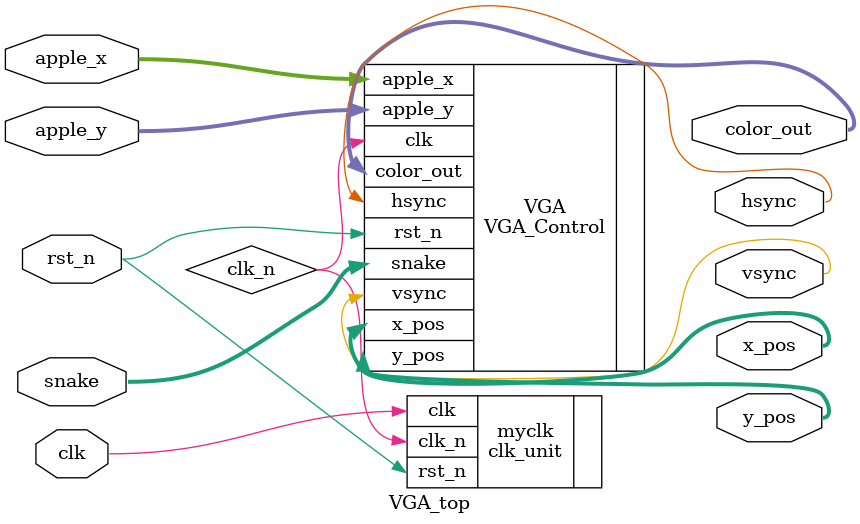
<source format=v>
`timescale 1ns / 1ps


module VGA_top(
	input clk,
    input rst_n,

    input [1:0]snake,
    input [5:0]apple_x,
    input [4:0]apple_y,
    output [9:0]x_pos,
    output [9:0]y_pos,    
    output hsync,
    output vsync,
    output [15:0] color_out
    );
    
    wire clk_n;
    
    clk_unit myclk(
        .clk(clk),
        .rst_n(rst_n),
        .clk_n(clk_n)
    );


    VGA_Control VGA
(
		.clk(clk_n),
		.rst_n(rst_n),
		.hsync(hsync),
		.vsync(vsync),
		.snake(snake),
        .color_out(color_out),
		.x_pos(x_pos),
		.y_pos(y_pos),
		.apple_x(apple_x),
		.apple_y(apple_y)
	);
endmodule

</source>
